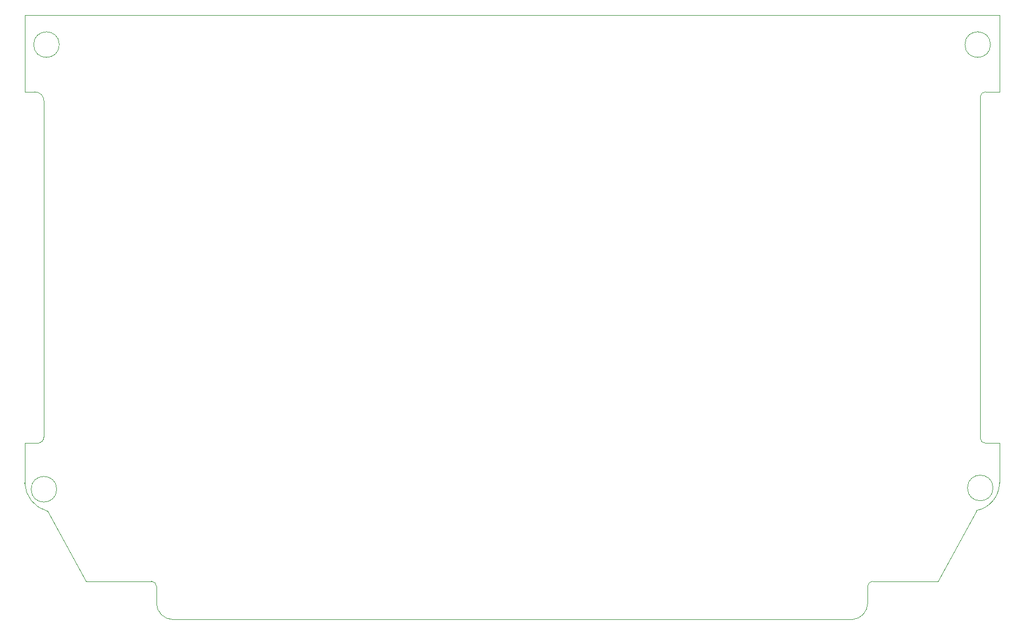
<source format=gko>
G04 #@! TF.GenerationSoftware,KiCad,Pcbnew,7.0.10-7.0.10~ubuntu22.04.1*
G04 #@! TF.CreationDate,2024-02-03T13:28:10+00:00*
G04 #@! TF.ProjectId,lewycustom,6c657779-6375-4737-946f-6d2e6b696361,rev?*
G04 #@! TF.SameCoordinates,Original*
G04 #@! TF.FileFunction,Profile,NP*
%FSLAX46Y46*%
G04 Gerber Fmt 4.6, Leading zero omitted, Abs format (unit mm)*
G04 Created by KiCad (PCBNEW 7.0.10-7.0.10~ubuntu22.04.1) date 2024-02-03 13:28:10*
%MOMM*%
%LPD*%
G01*
G04 APERTURE LIST*
G04 #@! TA.AperFunction,Profile*
%ADD10C,0.100000*%
G04 #@! TD*
G04 APERTURE END LIST*
D10*
X148787096Y17070972D02*
X148800000Y17000000D01*
X3000000Y81200000D02*
X3000000Y28600000D01*
X1600000Y82600000D02*
X0Y82600000D01*
X150200000Y27600000D02*
X152400000Y27600000D01*
X132600000Y6000000D02*
G75*
G03*
X131800000Y5200000I0J-800000D01*
G01*
X20600000Y5200000D02*
X20600000Y2600000D01*
X151000000Y90000000D02*
G75*
G03*
X147000000Y90000000I-2000000J0D01*
G01*
X147000000Y90000000D02*
G75*
G03*
X151000000Y90000000I2000000J0D01*
G01*
X149400000Y28400000D02*
G75*
G03*
X150200000Y27600000I800000J0D01*
G01*
X151400000Y20600000D02*
G75*
G03*
X147400000Y20600000I-2000000J0D01*
G01*
X147400000Y20600000D02*
G75*
G03*
X151400000Y20600000I2000000J0D01*
G01*
X20600000Y2600000D02*
G75*
G03*
X23200000Y0I2600000J0D01*
G01*
X5400000Y90000000D02*
G75*
G03*
X1400000Y90000000I-2000000J0D01*
G01*
X1400000Y90000000D02*
G75*
G03*
X5400000Y90000000I2000000J0D01*
G01*
X152400000Y94600000D02*
X0Y94600000D01*
X148787096Y17070972D02*
G75*
G03*
X152400000Y21400000I-787096J4329028D01*
G01*
X0Y27600000D02*
X2000000Y27600000D01*
X3587324Y16951408D02*
X3600000Y17000000D01*
X3000000Y81200000D02*
G75*
G03*
X1600000Y82600000I-1400000J0D01*
G01*
X2Y21400000D02*
G75*
G03*
X3587324Y16951409I4799998J200000D01*
G01*
X3600000Y17000000D02*
X9600000Y6000000D01*
X150200000Y82600000D02*
G75*
G03*
X149400000Y81800000I0J-800000D01*
G01*
X9600000Y6000000D02*
X19800000Y6000000D01*
X20600000Y5200000D02*
G75*
G03*
X19800000Y6000000I-800000J0D01*
G01*
X0Y82600000D02*
X0Y94600000D01*
X132600000Y6000000D02*
X142800000Y6000000D01*
X131807680Y2600000D02*
X131800000Y5200000D01*
X152400000Y82600000D02*
X152400000Y94600000D01*
X152400000Y27600000D02*
X152400000Y21400000D01*
X149400000Y81800000D02*
X149400000Y28400000D01*
X150200000Y82600000D02*
X152400000Y82600000D01*
X0Y27600000D02*
X0Y21400000D01*
X2000000Y27600000D02*
G75*
G03*
X3000000Y28600000I0J1000000D01*
G01*
X129400000Y1D02*
X23200000Y0D01*
X5000000Y20400000D02*
G75*
G03*
X1000000Y20400000I-2000000J0D01*
G01*
X1000000Y20400000D02*
G75*
G03*
X5000000Y20400000I2000000J0D01*
G01*
X129400000Y1D02*
G75*
G03*
X131807680Y2600000I-200000J2599999D01*
G01*
X142800000Y6000000D02*
X148800000Y17000000D01*
M02*

</source>
